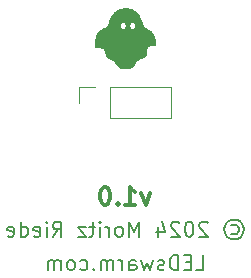
<source format=gbr>
%TF.GenerationSoftware,KiCad,Pcbnew,7.0.10*%
%TF.CreationDate,2024-04-29T22:12:33+02:00*%
%TF.ProjectId,GhostControllerLED,47686f73-7443-46f6-9e74-726f6c6c6572,rev?*%
%TF.SameCoordinates,Original*%
%TF.FileFunction,Legend,Bot*%
%TF.FilePolarity,Positive*%
%FSLAX46Y46*%
G04 Gerber Fmt 4.6, Leading zero omitted, Abs format (unit mm)*
G04 Created by KiCad (PCBNEW 7.0.10) date 2024-04-29 22:12:33*
%MOMM*%
%LPD*%
G01*
G04 APERTURE LIST*
%ADD10C,0.200000*%
%ADD11C,0.300000*%
%ADD12C,0.120000*%
G04 APERTURE END LIST*
D10*
X55282142Y-58586623D02*
X55877380Y-58586623D01*
X55877380Y-58586623D02*
X55877380Y-57336623D01*
X54865475Y-57931861D02*
X54448809Y-57931861D01*
X54270237Y-58586623D02*
X54865475Y-58586623D01*
X54865475Y-58586623D02*
X54865475Y-57336623D01*
X54865475Y-57336623D02*
X54270237Y-57336623D01*
X53734523Y-58586623D02*
X53734523Y-57336623D01*
X53734523Y-57336623D02*
X53436904Y-57336623D01*
X53436904Y-57336623D02*
X53258333Y-57396147D01*
X53258333Y-57396147D02*
X53139285Y-57515195D01*
X53139285Y-57515195D02*
X53079762Y-57634242D01*
X53079762Y-57634242D02*
X53020238Y-57872338D01*
X53020238Y-57872338D02*
X53020238Y-58050909D01*
X53020238Y-58050909D02*
X53079762Y-58289004D01*
X53079762Y-58289004D02*
X53139285Y-58408052D01*
X53139285Y-58408052D02*
X53258333Y-58527100D01*
X53258333Y-58527100D02*
X53436904Y-58586623D01*
X53436904Y-58586623D02*
X53734523Y-58586623D01*
X52544047Y-58527100D02*
X52425000Y-58586623D01*
X52425000Y-58586623D02*
X52186904Y-58586623D01*
X52186904Y-58586623D02*
X52067857Y-58527100D01*
X52067857Y-58527100D02*
X52008333Y-58408052D01*
X52008333Y-58408052D02*
X52008333Y-58348528D01*
X52008333Y-58348528D02*
X52067857Y-58229480D01*
X52067857Y-58229480D02*
X52186904Y-58169957D01*
X52186904Y-58169957D02*
X52365476Y-58169957D01*
X52365476Y-58169957D02*
X52484523Y-58110433D01*
X52484523Y-58110433D02*
X52544047Y-57991385D01*
X52544047Y-57991385D02*
X52544047Y-57931861D01*
X52544047Y-57931861D02*
X52484523Y-57812814D01*
X52484523Y-57812814D02*
X52365476Y-57753290D01*
X52365476Y-57753290D02*
X52186904Y-57753290D01*
X52186904Y-57753290D02*
X52067857Y-57812814D01*
X51591666Y-57753290D02*
X51353571Y-58586623D01*
X51353571Y-58586623D02*
X51115476Y-57991385D01*
X51115476Y-57991385D02*
X50877380Y-58586623D01*
X50877380Y-58586623D02*
X50639285Y-57753290D01*
X49627380Y-58586623D02*
X49627380Y-57931861D01*
X49627380Y-57931861D02*
X49686904Y-57812814D01*
X49686904Y-57812814D02*
X49805952Y-57753290D01*
X49805952Y-57753290D02*
X50044047Y-57753290D01*
X50044047Y-57753290D02*
X50163094Y-57812814D01*
X49627380Y-58527100D02*
X49746428Y-58586623D01*
X49746428Y-58586623D02*
X50044047Y-58586623D01*
X50044047Y-58586623D02*
X50163094Y-58527100D01*
X50163094Y-58527100D02*
X50222618Y-58408052D01*
X50222618Y-58408052D02*
X50222618Y-58289004D01*
X50222618Y-58289004D02*
X50163094Y-58169957D01*
X50163094Y-58169957D02*
X50044047Y-58110433D01*
X50044047Y-58110433D02*
X49746428Y-58110433D01*
X49746428Y-58110433D02*
X49627380Y-58050909D01*
X49032142Y-58586623D02*
X49032142Y-57753290D01*
X49032142Y-57991385D02*
X48972619Y-57872338D01*
X48972619Y-57872338D02*
X48913095Y-57812814D01*
X48913095Y-57812814D02*
X48794047Y-57753290D01*
X48794047Y-57753290D02*
X48675000Y-57753290D01*
X48258332Y-58586623D02*
X48258332Y-57753290D01*
X48258332Y-57872338D02*
X48198809Y-57812814D01*
X48198809Y-57812814D02*
X48079761Y-57753290D01*
X48079761Y-57753290D02*
X47901190Y-57753290D01*
X47901190Y-57753290D02*
X47782142Y-57812814D01*
X47782142Y-57812814D02*
X47722618Y-57931861D01*
X47722618Y-57931861D02*
X47722618Y-58586623D01*
X47722618Y-57931861D02*
X47663094Y-57812814D01*
X47663094Y-57812814D02*
X47544047Y-57753290D01*
X47544047Y-57753290D02*
X47365475Y-57753290D01*
X47365475Y-57753290D02*
X47246428Y-57812814D01*
X47246428Y-57812814D02*
X47186904Y-57931861D01*
X47186904Y-57931861D02*
X47186904Y-58586623D01*
X46591665Y-58467576D02*
X46532142Y-58527100D01*
X46532142Y-58527100D02*
X46591665Y-58586623D01*
X46591665Y-58586623D02*
X46651189Y-58527100D01*
X46651189Y-58527100D02*
X46591665Y-58467576D01*
X46591665Y-58467576D02*
X46591665Y-58586623D01*
X45460713Y-58527100D02*
X45579761Y-58586623D01*
X45579761Y-58586623D02*
X45817856Y-58586623D01*
X45817856Y-58586623D02*
X45936904Y-58527100D01*
X45936904Y-58527100D02*
X45996427Y-58467576D01*
X45996427Y-58467576D02*
X46055951Y-58348528D01*
X46055951Y-58348528D02*
X46055951Y-57991385D01*
X46055951Y-57991385D02*
X45996427Y-57872338D01*
X45996427Y-57872338D02*
X45936904Y-57812814D01*
X45936904Y-57812814D02*
X45817856Y-57753290D01*
X45817856Y-57753290D02*
X45579761Y-57753290D01*
X45579761Y-57753290D02*
X45460713Y-57812814D01*
X44746427Y-58586623D02*
X44865475Y-58527100D01*
X44865475Y-58527100D02*
X44924998Y-58467576D01*
X44924998Y-58467576D02*
X44984522Y-58348528D01*
X44984522Y-58348528D02*
X44984522Y-57991385D01*
X44984522Y-57991385D02*
X44924998Y-57872338D01*
X44924998Y-57872338D02*
X44865475Y-57812814D01*
X44865475Y-57812814D02*
X44746427Y-57753290D01*
X44746427Y-57753290D02*
X44567856Y-57753290D01*
X44567856Y-57753290D02*
X44448808Y-57812814D01*
X44448808Y-57812814D02*
X44389284Y-57872338D01*
X44389284Y-57872338D02*
X44329760Y-57991385D01*
X44329760Y-57991385D02*
X44329760Y-58348528D01*
X44329760Y-58348528D02*
X44389284Y-58467576D01*
X44389284Y-58467576D02*
X44448808Y-58527100D01*
X44448808Y-58527100D02*
X44567856Y-58586623D01*
X44567856Y-58586623D02*
X44746427Y-58586623D01*
X43794046Y-58586623D02*
X43794046Y-57753290D01*
X43794046Y-57872338D02*
X43734523Y-57812814D01*
X43734523Y-57812814D02*
X43615475Y-57753290D01*
X43615475Y-57753290D02*
X43436904Y-57753290D01*
X43436904Y-57753290D02*
X43317856Y-57812814D01*
X43317856Y-57812814D02*
X43258332Y-57931861D01*
X43258332Y-57931861D02*
X43258332Y-58586623D01*
X43258332Y-57931861D02*
X43198808Y-57812814D01*
X43198808Y-57812814D02*
X43079761Y-57753290D01*
X43079761Y-57753290D02*
X42901189Y-57753290D01*
X42901189Y-57753290D02*
X42782142Y-57812814D01*
X42782142Y-57812814D02*
X42722618Y-57931861D01*
X42722618Y-57931861D02*
X42722618Y-58586623D01*
X58258333Y-54784242D02*
X58377380Y-54724719D01*
X58377380Y-54724719D02*
X58615476Y-54724719D01*
X58615476Y-54724719D02*
X58734523Y-54784242D01*
X58734523Y-54784242D02*
X58853571Y-54903290D01*
X58853571Y-54903290D02*
X58913095Y-55022338D01*
X58913095Y-55022338D02*
X58913095Y-55260433D01*
X58913095Y-55260433D02*
X58853571Y-55379480D01*
X58853571Y-55379480D02*
X58734523Y-55498528D01*
X58734523Y-55498528D02*
X58615476Y-55558052D01*
X58615476Y-55558052D02*
X58377380Y-55558052D01*
X58377380Y-55558052D02*
X58258333Y-55498528D01*
X58496428Y-54308052D02*
X58794047Y-54367576D01*
X58794047Y-54367576D02*
X59091666Y-54546147D01*
X59091666Y-54546147D02*
X59270237Y-54843766D01*
X59270237Y-54843766D02*
X59329761Y-55141385D01*
X59329761Y-55141385D02*
X59270237Y-55439004D01*
X59270237Y-55439004D02*
X59091666Y-55736623D01*
X59091666Y-55736623D02*
X58794047Y-55915195D01*
X58794047Y-55915195D02*
X58496428Y-55974719D01*
X58496428Y-55974719D02*
X58198809Y-55915195D01*
X58198809Y-55915195D02*
X57901190Y-55736623D01*
X57901190Y-55736623D02*
X57722618Y-55439004D01*
X57722618Y-55439004D02*
X57663095Y-55141385D01*
X57663095Y-55141385D02*
X57722618Y-54843766D01*
X57722618Y-54843766D02*
X57901190Y-54546147D01*
X57901190Y-54546147D02*
X58198809Y-54367576D01*
X58198809Y-54367576D02*
X58496428Y-54308052D01*
X56234523Y-54605671D02*
X56174999Y-54546147D01*
X56174999Y-54546147D02*
X56055952Y-54486623D01*
X56055952Y-54486623D02*
X55758333Y-54486623D01*
X55758333Y-54486623D02*
X55639285Y-54546147D01*
X55639285Y-54546147D02*
X55579761Y-54605671D01*
X55579761Y-54605671D02*
X55520238Y-54724719D01*
X55520238Y-54724719D02*
X55520238Y-54843766D01*
X55520238Y-54843766D02*
X55579761Y-55022338D01*
X55579761Y-55022338D02*
X56294047Y-55736623D01*
X56294047Y-55736623D02*
X55520238Y-55736623D01*
X54746428Y-54486623D02*
X54627381Y-54486623D01*
X54627381Y-54486623D02*
X54508333Y-54546147D01*
X54508333Y-54546147D02*
X54448809Y-54605671D01*
X54448809Y-54605671D02*
X54389285Y-54724719D01*
X54389285Y-54724719D02*
X54329762Y-54962814D01*
X54329762Y-54962814D02*
X54329762Y-55260433D01*
X54329762Y-55260433D02*
X54389285Y-55498528D01*
X54389285Y-55498528D02*
X54448809Y-55617576D01*
X54448809Y-55617576D02*
X54508333Y-55677100D01*
X54508333Y-55677100D02*
X54627381Y-55736623D01*
X54627381Y-55736623D02*
X54746428Y-55736623D01*
X54746428Y-55736623D02*
X54865476Y-55677100D01*
X54865476Y-55677100D02*
X54925000Y-55617576D01*
X54925000Y-55617576D02*
X54984523Y-55498528D01*
X54984523Y-55498528D02*
X55044047Y-55260433D01*
X55044047Y-55260433D02*
X55044047Y-54962814D01*
X55044047Y-54962814D02*
X54984523Y-54724719D01*
X54984523Y-54724719D02*
X54925000Y-54605671D01*
X54925000Y-54605671D02*
X54865476Y-54546147D01*
X54865476Y-54546147D02*
X54746428Y-54486623D01*
X53853571Y-54605671D02*
X53794047Y-54546147D01*
X53794047Y-54546147D02*
X53675000Y-54486623D01*
X53675000Y-54486623D02*
X53377381Y-54486623D01*
X53377381Y-54486623D02*
X53258333Y-54546147D01*
X53258333Y-54546147D02*
X53198809Y-54605671D01*
X53198809Y-54605671D02*
X53139286Y-54724719D01*
X53139286Y-54724719D02*
X53139286Y-54843766D01*
X53139286Y-54843766D02*
X53198809Y-55022338D01*
X53198809Y-55022338D02*
X53913095Y-55736623D01*
X53913095Y-55736623D02*
X53139286Y-55736623D01*
X52067857Y-54903290D02*
X52067857Y-55736623D01*
X52365476Y-54427100D02*
X52663095Y-55319957D01*
X52663095Y-55319957D02*
X51889286Y-55319957D01*
X50460714Y-55736623D02*
X50460714Y-54486623D01*
X50460714Y-54486623D02*
X50044048Y-55379480D01*
X50044048Y-55379480D02*
X49627381Y-54486623D01*
X49627381Y-54486623D02*
X49627381Y-55736623D01*
X48853572Y-55736623D02*
X48972620Y-55677100D01*
X48972620Y-55677100D02*
X49032143Y-55617576D01*
X49032143Y-55617576D02*
X49091667Y-55498528D01*
X49091667Y-55498528D02*
X49091667Y-55141385D01*
X49091667Y-55141385D02*
X49032143Y-55022338D01*
X49032143Y-55022338D02*
X48972620Y-54962814D01*
X48972620Y-54962814D02*
X48853572Y-54903290D01*
X48853572Y-54903290D02*
X48675001Y-54903290D01*
X48675001Y-54903290D02*
X48555953Y-54962814D01*
X48555953Y-54962814D02*
X48496429Y-55022338D01*
X48496429Y-55022338D02*
X48436905Y-55141385D01*
X48436905Y-55141385D02*
X48436905Y-55498528D01*
X48436905Y-55498528D02*
X48496429Y-55617576D01*
X48496429Y-55617576D02*
X48555953Y-55677100D01*
X48555953Y-55677100D02*
X48675001Y-55736623D01*
X48675001Y-55736623D02*
X48853572Y-55736623D01*
X47901191Y-55736623D02*
X47901191Y-54903290D01*
X47901191Y-55141385D02*
X47841668Y-55022338D01*
X47841668Y-55022338D02*
X47782144Y-54962814D01*
X47782144Y-54962814D02*
X47663096Y-54903290D01*
X47663096Y-54903290D02*
X47544049Y-54903290D01*
X47127381Y-55736623D02*
X47127381Y-54903290D01*
X47127381Y-54486623D02*
X47186905Y-54546147D01*
X47186905Y-54546147D02*
X47127381Y-54605671D01*
X47127381Y-54605671D02*
X47067858Y-54546147D01*
X47067858Y-54546147D02*
X47127381Y-54486623D01*
X47127381Y-54486623D02*
X47127381Y-54605671D01*
X46710715Y-54903290D02*
X46234524Y-54903290D01*
X46532143Y-54486623D02*
X46532143Y-55558052D01*
X46532143Y-55558052D02*
X46472620Y-55677100D01*
X46472620Y-55677100D02*
X46353572Y-55736623D01*
X46353572Y-55736623D02*
X46234524Y-55736623D01*
X45936905Y-54903290D02*
X45282143Y-54903290D01*
X45282143Y-54903290D02*
X45936905Y-55736623D01*
X45936905Y-55736623D02*
X45282143Y-55736623D01*
X43139286Y-55736623D02*
X43555952Y-55141385D01*
X43853571Y-55736623D02*
X43853571Y-54486623D01*
X43853571Y-54486623D02*
X43377381Y-54486623D01*
X43377381Y-54486623D02*
X43258333Y-54546147D01*
X43258333Y-54546147D02*
X43198810Y-54605671D01*
X43198810Y-54605671D02*
X43139286Y-54724719D01*
X43139286Y-54724719D02*
X43139286Y-54903290D01*
X43139286Y-54903290D02*
X43198810Y-55022338D01*
X43198810Y-55022338D02*
X43258333Y-55081861D01*
X43258333Y-55081861D02*
X43377381Y-55141385D01*
X43377381Y-55141385D02*
X43853571Y-55141385D01*
X42603571Y-55736623D02*
X42603571Y-54903290D01*
X42603571Y-54486623D02*
X42663095Y-54546147D01*
X42663095Y-54546147D02*
X42603571Y-54605671D01*
X42603571Y-54605671D02*
X42544048Y-54546147D01*
X42544048Y-54546147D02*
X42603571Y-54486623D01*
X42603571Y-54486623D02*
X42603571Y-54605671D01*
X41532143Y-55677100D02*
X41651191Y-55736623D01*
X41651191Y-55736623D02*
X41889286Y-55736623D01*
X41889286Y-55736623D02*
X42008333Y-55677100D01*
X42008333Y-55677100D02*
X42067857Y-55558052D01*
X42067857Y-55558052D02*
X42067857Y-55081861D01*
X42067857Y-55081861D02*
X42008333Y-54962814D01*
X42008333Y-54962814D02*
X41889286Y-54903290D01*
X41889286Y-54903290D02*
X41651191Y-54903290D01*
X41651191Y-54903290D02*
X41532143Y-54962814D01*
X41532143Y-54962814D02*
X41472619Y-55081861D01*
X41472619Y-55081861D02*
X41472619Y-55200909D01*
X41472619Y-55200909D02*
X42067857Y-55319957D01*
X40401190Y-55736623D02*
X40401190Y-54486623D01*
X40401190Y-55677100D02*
X40520238Y-55736623D01*
X40520238Y-55736623D02*
X40758333Y-55736623D01*
X40758333Y-55736623D02*
X40877381Y-55677100D01*
X40877381Y-55677100D02*
X40936904Y-55617576D01*
X40936904Y-55617576D02*
X40996428Y-55498528D01*
X40996428Y-55498528D02*
X40996428Y-55141385D01*
X40996428Y-55141385D02*
X40936904Y-55022338D01*
X40936904Y-55022338D02*
X40877381Y-54962814D01*
X40877381Y-54962814D02*
X40758333Y-54903290D01*
X40758333Y-54903290D02*
X40520238Y-54903290D01*
X40520238Y-54903290D02*
X40401190Y-54962814D01*
X39329762Y-55677100D02*
X39448810Y-55736623D01*
X39448810Y-55736623D02*
X39686905Y-55736623D01*
X39686905Y-55736623D02*
X39805952Y-55677100D01*
X39805952Y-55677100D02*
X39865476Y-55558052D01*
X39865476Y-55558052D02*
X39865476Y-55081861D01*
X39865476Y-55081861D02*
X39805952Y-54962814D01*
X39805952Y-54962814D02*
X39686905Y-54903290D01*
X39686905Y-54903290D02*
X39448810Y-54903290D01*
X39448810Y-54903290D02*
X39329762Y-54962814D01*
X39329762Y-54962814D02*
X39270238Y-55081861D01*
X39270238Y-55081861D02*
X39270238Y-55200909D01*
X39270238Y-55200909D02*
X39865476Y-55319957D01*
D11*
X51342856Y-52050828D02*
X50985713Y-53050828D01*
X50985713Y-53050828D02*
X50628570Y-52050828D01*
X49271427Y-53050828D02*
X50128570Y-53050828D01*
X49699999Y-53050828D02*
X49699999Y-51550828D01*
X49699999Y-51550828D02*
X49842856Y-51765114D01*
X49842856Y-51765114D02*
X49985713Y-51907971D01*
X49985713Y-51907971D02*
X50128570Y-51979400D01*
X48628571Y-52907971D02*
X48557142Y-52979400D01*
X48557142Y-52979400D02*
X48628571Y-53050828D01*
X48628571Y-53050828D02*
X48699999Y-52979400D01*
X48699999Y-52979400D02*
X48628571Y-52907971D01*
X48628571Y-52907971D02*
X48628571Y-53050828D01*
X47628570Y-51550828D02*
X47485713Y-51550828D01*
X47485713Y-51550828D02*
X47342856Y-51622257D01*
X47342856Y-51622257D02*
X47271428Y-51693685D01*
X47271428Y-51693685D02*
X47199999Y-51836542D01*
X47199999Y-51836542D02*
X47128570Y-52122257D01*
X47128570Y-52122257D02*
X47128570Y-52479400D01*
X47128570Y-52479400D02*
X47199999Y-52765114D01*
X47199999Y-52765114D02*
X47271428Y-52907971D01*
X47271428Y-52907971D02*
X47342856Y-52979400D01*
X47342856Y-52979400D02*
X47485713Y-53050828D01*
X47485713Y-53050828D02*
X47628570Y-53050828D01*
X47628570Y-53050828D02*
X47771428Y-52979400D01*
X47771428Y-52979400D02*
X47842856Y-52907971D01*
X47842856Y-52907971D02*
X47914285Y-52765114D01*
X47914285Y-52765114D02*
X47985713Y-52479400D01*
X47985713Y-52479400D02*
X47985713Y-52122257D01*
X47985713Y-52122257D02*
X47914285Y-51836542D01*
X47914285Y-51836542D02*
X47842856Y-51693685D01*
X47842856Y-51693685D02*
X47771428Y-51622257D01*
X47771428Y-51622257D02*
X47628570Y-51550828D01*
%TO.C,G\u002A\u002A\u002A*%
G36*
X50874756Y-37940006D02*
G01*
X50885303Y-37957749D01*
X50895797Y-37973468D01*
X50906368Y-37987454D01*
X50917149Y-37999997D01*
X50922567Y-38005719D01*
X50929537Y-38012306D01*
X50936929Y-38018130D01*
X50945471Y-38023604D01*
X50955889Y-38029139D01*
X50968908Y-38035149D01*
X50985257Y-38042045D01*
X51005660Y-38050240D01*
X51011697Y-38052648D01*
X51089100Y-38086377D01*
X51163639Y-38124270D01*
X51235235Y-38166265D01*
X51303807Y-38212303D01*
X51369277Y-38262321D01*
X51431563Y-38316260D01*
X51490587Y-38374058D01*
X51546268Y-38435656D01*
X51598527Y-38500992D01*
X51626725Y-38539791D01*
X51673640Y-38610997D01*
X51716050Y-38684538D01*
X51753959Y-38760425D01*
X51787372Y-38838665D01*
X51816291Y-38919270D01*
X51840722Y-39002246D01*
X51860668Y-39087604D01*
X51865164Y-39110384D01*
X51871703Y-39147312D01*
X51877240Y-39184219D01*
X51881825Y-39221739D01*
X51885505Y-39260504D01*
X51888331Y-39301147D01*
X51890350Y-39344300D01*
X51891611Y-39390597D01*
X51892163Y-39440670D01*
X51892055Y-39495152D01*
X51891292Y-39597991D01*
X51731320Y-39599525D01*
X51711834Y-39599720D01*
X51678241Y-39600106D01*
X51649118Y-39600518D01*
X51624065Y-39600969D01*
X51602685Y-39601469D01*
X51584576Y-39602030D01*
X51569339Y-39602664D01*
X51556576Y-39603382D01*
X51545887Y-39604195D01*
X51536872Y-39605116D01*
X51503275Y-39609439D01*
X51453006Y-39617528D01*
X51407264Y-39627079D01*
X51365817Y-39638176D01*
X51328436Y-39650899D01*
X51294889Y-39665332D01*
X51264945Y-39681557D01*
X51238373Y-39699655D01*
X51214943Y-39719710D01*
X51212985Y-39721606D01*
X51194020Y-39742171D01*
X51178055Y-39764097D01*
X51164745Y-39788096D01*
X51153745Y-39814879D01*
X51144710Y-39845156D01*
X51137296Y-39879637D01*
X51135925Y-39887276D01*
X51133773Y-39900059D01*
X51131895Y-39912581D01*
X51130240Y-39925435D01*
X51128757Y-39939214D01*
X51127396Y-39954511D01*
X51126106Y-39971918D01*
X51124836Y-39992029D01*
X51123537Y-40015436D01*
X51122156Y-40042733D01*
X51120645Y-40074512D01*
X51120315Y-40081482D01*
X51119075Y-40106339D01*
X51117753Y-40130926D01*
X51116398Y-40154443D01*
X51115059Y-40176088D01*
X51113785Y-40195061D01*
X51112624Y-40210561D01*
X51111627Y-40221788D01*
X51108238Y-40251945D01*
X51101846Y-40296386D01*
X51094111Y-40336731D01*
X51084872Y-40373510D01*
X51073972Y-40407257D01*
X51061250Y-40438501D01*
X51046548Y-40467776D01*
X51029707Y-40495612D01*
X51021227Y-40507244D01*
X51008850Y-40522059D01*
X50994281Y-40537962D01*
X50978514Y-40553946D01*
X50962547Y-40569005D01*
X50947377Y-40582132D01*
X50933999Y-40592319D01*
X50932435Y-40593396D01*
X50919334Y-40602237D01*
X50907016Y-40610112D01*
X50894918Y-40617270D01*
X50882476Y-40623958D01*
X50869127Y-40630425D01*
X50854310Y-40636919D01*
X50837460Y-40643687D01*
X50818015Y-40650978D01*
X50795412Y-40659040D01*
X50769087Y-40668121D01*
X50738478Y-40678468D01*
X50710137Y-40688007D01*
X50670382Y-40701473D01*
X50634820Y-40713643D01*
X50603060Y-40724665D01*
X50574709Y-40734685D01*
X50549375Y-40743850D01*
X50526667Y-40752307D01*
X50506192Y-40760202D01*
X50487560Y-40767683D01*
X50470378Y-40774896D01*
X50454253Y-40781987D01*
X50438796Y-40789104D01*
X50423612Y-40796394D01*
X50393329Y-40812128D01*
X50356823Y-40834174D01*
X50324554Y-40857669D01*
X50296078Y-40882978D01*
X50270950Y-40910468D01*
X50248726Y-40940505D01*
X50245089Y-40946201D01*
X50237758Y-40958471D01*
X50228831Y-40974118D01*
X50218705Y-40992420D01*
X50207779Y-41012656D01*
X50196449Y-41034103D01*
X50185113Y-41056040D01*
X50175927Y-41073911D01*
X50165093Y-41094716D01*
X50154512Y-41114769D01*
X50144589Y-41133313D01*
X50135731Y-41149590D01*
X50128342Y-41162845D01*
X50122827Y-41172319D01*
X50114434Y-41185957D01*
X50077242Y-41241489D01*
X50037919Y-41292477D01*
X49996349Y-41339027D01*
X49952415Y-41381244D01*
X49906001Y-41419233D01*
X49856990Y-41453100D01*
X49805267Y-41482949D01*
X49750714Y-41508887D01*
X49718983Y-41521749D01*
X49657523Y-41542799D01*
X49592793Y-41560192D01*
X49525007Y-41573880D01*
X49454376Y-41583818D01*
X49381113Y-41589958D01*
X49376955Y-41590180D01*
X49350846Y-41591069D01*
X49321478Y-41591355D01*
X49290240Y-41591071D01*
X49258516Y-41590251D01*
X49227695Y-41588930D01*
X49199163Y-41587141D01*
X49174307Y-41584917D01*
X49165986Y-41583991D01*
X49094777Y-41573577D01*
X49026371Y-41558963D01*
X48960635Y-41540090D01*
X48897434Y-41516898D01*
X48836635Y-41489327D01*
X48778105Y-41457317D01*
X48721709Y-41420809D01*
X48667314Y-41379741D01*
X48614787Y-41334055D01*
X48600668Y-41320683D01*
X48584148Y-41304287D01*
X48568261Y-41287554D01*
X48552695Y-41270077D01*
X48537140Y-41251444D01*
X48521284Y-41231246D01*
X48504817Y-41209073D01*
X48487428Y-41184515D01*
X48468806Y-41157163D01*
X48448639Y-41126607D01*
X48426617Y-41092438D01*
X48402429Y-41054244D01*
X48385229Y-41027079D01*
X48368587Y-41001269D01*
X48353877Y-40979063D01*
X48340793Y-40960039D01*
X48329029Y-40943777D01*
X48318280Y-40929854D01*
X48308241Y-40917851D01*
X48298607Y-40907345D01*
X48289071Y-40897916D01*
X48286897Y-40895889D01*
X48279940Y-40889787D01*
X48272953Y-40884490D01*
X48265247Y-40879666D01*
X48256135Y-40874984D01*
X48244929Y-40870111D01*
X48230941Y-40864715D01*
X48213483Y-40858465D01*
X48191867Y-40851029D01*
X48129330Y-40828351D01*
X48068672Y-40803224D01*
X48012268Y-40776370D01*
X47959792Y-40747596D01*
X47910914Y-40716710D01*
X47865308Y-40683517D01*
X47822646Y-40647825D01*
X47782599Y-40609439D01*
X47771591Y-40597984D01*
X47741197Y-40564046D01*
X47714400Y-40530112D01*
X47690308Y-40494911D01*
X47668030Y-40457172D01*
X47646676Y-40415626D01*
X47644619Y-40411356D01*
X47636709Y-40394648D01*
X47629492Y-40378803D01*
X47622830Y-40363375D01*
X47616584Y-40347915D01*
X47610613Y-40331977D01*
X47604779Y-40315113D01*
X47598942Y-40296874D01*
X47592964Y-40276814D01*
X47586704Y-40254485D01*
X47580024Y-40229440D01*
X47572785Y-40201230D01*
X47564846Y-40169409D01*
X47556069Y-40133529D01*
X47546315Y-40093143D01*
X47541215Y-40072799D01*
X47530838Y-40036456D01*
X47519971Y-40004934D01*
X47508549Y-39978071D01*
X47496507Y-39955706D01*
X47483781Y-39937679D01*
X47475400Y-39928146D01*
X47452968Y-39907439D01*
X47426254Y-39888627D01*
X47395172Y-39871672D01*
X47359635Y-39856536D01*
X47319559Y-39843180D01*
X47274856Y-39831565D01*
X47225442Y-39821653D01*
X47215105Y-39819869D01*
X47192054Y-39816114D01*
X47169645Y-39812825D01*
X47147358Y-39809969D01*
X47124673Y-39807512D01*
X47101070Y-39805419D01*
X47076029Y-39803657D01*
X47049031Y-39802191D01*
X47019554Y-39800988D01*
X46987079Y-39800013D01*
X46951087Y-39799233D01*
X46911057Y-39798612D01*
X46866469Y-39798117D01*
X46706827Y-39796613D01*
X46708149Y-39548757D01*
X46708293Y-39522909D01*
X46708586Y-39477587D01*
X46708916Y-39436717D01*
X46709294Y-39399892D01*
X46709733Y-39366703D01*
X46710245Y-39336739D01*
X46710841Y-39309592D01*
X46711535Y-39284854D01*
X46712337Y-39262114D01*
X46713261Y-39240963D01*
X46714318Y-39220993D01*
X46715521Y-39201795D01*
X46716881Y-39182959D01*
X46718411Y-39164076D01*
X46720123Y-39144737D01*
X46729331Y-39062294D01*
X46742206Y-38979490D01*
X46758367Y-38900543D01*
X46777817Y-38825440D01*
X46800559Y-38754170D01*
X46826597Y-38686723D01*
X46855935Y-38623087D01*
X46888574Y-38563251D01*
X46908352Y-38531191D01*
X46949302Y-38472118D01*
X46994274Y-38416038D01*
X47043161Y-38363026D01*
X47095857Y-38313155D01*
X47152258Y-38266498D01*
X47212256Y-38223132D01*
X47275747Y-38183129D01*
X47342624Y-38146563D01*
X47412781Y-38113509D01*
X47486113Y-38084041D01*
X47562514Y-38058232D01*
X47641877Y-38036157D01*
X47646686Y-38034952D01*
X47660482Y-38031391D01*
X47670545Y-38028498D01*
X47677820Y-38025901D01*
X47683248Y-38023224D01*
X47687772Y-38020093D01*
X47692336Y-38016135D01*
X47693393Y-38015135D01*
X47701439Y-38006155D01*
X47710979Y-37993635D01*
X47721410Y-37978479D01*
X47732130Y-37961595D01*
X47742539Y-37943886D01*
X47752034Y-37926260D01*
X47755756Y-37918928D01*
X47761344Y-37907649D01*
X48902754Y-37907649D01*
X48902854Y-37925803D01*
X48903195Y-37940240D01*
X48903864Y-37952136D01*
X48904949Y-37962664D01*
X48906537Y-37972995D01*
X48908716Y-37984305D01*
X48916927Y-38017860D01*
X48928852Y-38053333D01*
X48943329Y-38085641D01*
X48960165Y-38114532D01*
X48979168Y-38139753D01*
X49000142Y-38161050D01*
X49022895Y-38178171D01*
X49047232Y-38190863D01*
X49072960Y-38198873D01*
X49091841Y-38201643D01*
X49115752Y-38201234D01*
X49139453Y-38196146D01*
X49163724Y-38186272D01*
X49187657Y-38171684D01*
X49209883Y-38152667D01*
X49230083Y-38129730D01*
X49248079Y-38103314D01*
X49263690Y-38073856D01*
X49276739Y-38041798D01*
X49287047Y-38007579D01*
X49294435Y-37971638D01*
X49298724Y-37934414D01*
X49299735Y-37896348D01*
X49299225Y-37888324D01*
X49699321Y-37888324D01*
X49699434Y-37896348D01*
X49699905Y-37929788D01*
X49704257Y-37970634D01*
X49712297Y-38010224D01*
X49723942Y-38047919D01*
X49739112Y-38083082D01*
X49757724Y-38115076D01*
X49758196Y-38115775D01*
X49777378Y-38140585D01*
X49798626Y-38161628D01*
X49821501Y-38178577D01*
X49845567Y-38191108D01*
X49870386Y-38198895D01*
X49875089Y-38199839D01*
X49892513Y-38202077D01*
X49909001Y-38201701D01*
X49927191Y-38198702D01*
X49949209Y-38191968D01*
X49973055Y-38179963D01*
X49995399Y-38163691D01*
X50016043Y-38143516D01*
X50034793Y-38119802D01*
X50051450Y-38092912D01*
X50065820Y-38063212D01*
X50077704Y-38031063D01*
X50086907Y-37996832D01*
X50093231Y-37960880D01*
X50096481Y-37923574D01*
X50096460Y-37885275D01*
X50095637Y-37871143D01*
X50090507Y-37827775D01*
X50081616Y-37787310D01*
X50069028Y-37749915D01*
X50052807Y-37715754D01*
X50033015Y-37684993D01*
X50009717Y-37657800D01*
X49991887Y-37641112D01*
X49974592Y-37628070D01*
X49957025Y-37618259D01*
X49938064Y-37610947D01*
X49921349Y-37607148D01*
X49900947Y-37605372D01*
X49880598Y-37606178D01*
X49862441Y-37609605D01*
X49848153Y-37614566D01*
X49823434Y-37627164D01*
X49800157Y-37644211D01*
X49778608Y-37665370D01*
X49759072Y-37690299D01*
X49741837Y-37718658D01*
X49727187Y-37750109D01*
X49715410Y-37784310D01*
X49709787Y-37806089D01*
X49702588Y-37846878D01*
X49699321Y-37888324D01*
X49299225Y-37888324D01*
X49297291Y-37857878D01*
X49296861Y-37854104D01*
X49290007Y-37812363D01*
X49279665Y-37773378D01*
X49265963Y-37737438D01*
X49249028Y-37704833D01*
X49228988Y-37675852D01*
X49205970Y-37650785D01*
X49197257Y-37643001D01*
X49174175Y-37626253D01*
X49150292Y-37614448D01*
X49125427Y-37607506D01*
X49099400Y-37605352D01*
X49097871Y-37605371D01*
X49074214Y-37607607D01*
X49052105Y-37613678D01*
X49030932Y-37623872D01*
X49010083Y-37638483D01*
X48988943Y-37657800D01*
X48986984Y-37659805D01*
X48964829Y-37685968D01*
X48946107Y-37715180D01*
X48930591Y-37747847D01*
X48918054Y-37784376D01*
X48917151Y-37787531D01*
X48912050Y-37806720D01*
X48908259Y-37824219D01*
X48905606Y-37841379D01*
X48903919Y-37859550D01*
X48903026Y-37880080D01*
X48902754Y-37904319D01*
X48902754Y-37907649D01*
X47761344Y-37907649D01*
X47762341Y-37905636D01*
X47768629Y-37892421D01*
X47774778Y-37878873D01*
X47780942Y-37864583D01*
X47787276Y-37849143D01*
X47793937Y-37832145D01*
X47801080Y-37813178D01*
X47808859Y-37791835D01*
X47817432Y-37767706D01*
X47826953Y-37740383D01*
X47837578Y-37709457D01*
X47849462Y-37674519D01*
X47862761Y-37635160D01*
X47868430Y-37618370D01*
X47885992Y-37566772D01*
X47902331Y-37519484D01*
X47917616Y-37476080D01*
X47932016Y-37436131D01*
X47945700Y-37399211D01*
X47958835Y-37364892D01*
X47971591Y-37332746D01*
X47984136Y-37302347D01*
X47996639Y-37273268D01*
X48009268Y-37245080D01*
X48022192Y-37217356D01*
X48035580Y-37189669D01*
X48049600Y-37161592D01*
X48052876Y-37155149D01*
X48088040Y-37089091D01*
X48123853Y-37027564D01*
X48160664Y-36970071D01*
X48198821Y-36916118D01*
X48238672Y-36865210D01*
X48280567Y-36816852D01*
X48324852Y-36770549D01*
X48338545Y-36757120D01*
X48395758Y-36705386D01*
X48455904Y-36657798D01*
X48518981Y-36614356D01*
X48584988Y-36575062D01*
X48653925Y-36539915D01*
X48725789Y-36508916D01*
X48800580Y-36482066D01*
X48878297Y-36459365D01*
X48958938Y-36440814D01*
X49042503Y-36426413D01*
X49062218Y-36423683D01*
X49140802Y-36415192D01*
X49221415Y-36410116D01*
X49303203Y-36408424D01*
X49385313Y-36410087D01*
X49466894Y-36415074D01*
X49547092Y-36423355D01*
X49625055Y-36434900D01*
X49699930Y-36449679D01*
X49758717Y-36464071D01*
X49836281Y-36487043D01*
X49910511Y-36513828D01*
X49981463Y-36544464D01*
X50049196Y-36578993D01*
X50113767Y-36617454D01*
X50175232Y-36659889D01*
X50233649Y-36706336D01*
X50289076Y-36756838D01*
X50341570Y-36811434D01*
X50391187Y-36870164D01*
X50437986Y-36933068D01*
X50482023Y-37000188D01*
X50493195Y-37018636D01*
X50523788Y-37072403D01*
X50554244Y-37130626D01*
X50584350Y-37192853D01*
X50613890Y-37258628D01*
X50642650Y-37327498D01*
X50670417Y-37399011D01*
X50673834Y-37408222D01*
X50681005Y-37427892D01*
X50689503Y-37451552D01*
X50699142Y-37478676D01*
X50709738Y-37508738D01*
X50721107Y-37541213D01*
X50733062Y-37575574D01*
X50745418Y-37611297D01*
X50757992Y-37647856D01*
X50772669Y-37690280D01*
X50788378Y-37734689D01*
X50802982Y-37774747D01*
X50816613Y-37810745D01*
X50829400Y-37842972D01*
X50841477Y-37871722D01*
X50852974Y-37897283D01*
X50864023Y-37919947D01*
X50865964Y-37923574D01*
X50874756Y-37940006D01*
G37*
D12*
%TO.C,REF\u002A\u002A*%
X53110000Y-43070000D02*
X53110000Y-45730000D01*
X47970000Y-43070000D02*
X53110000Y-43070000D01*
X47970000Y-43070000D02*
X47970000Y-45730000D01*
X46700000Y-43070000D02*
X45370000Y-43070000D01*
X45370000Y-43070000D02*
X45370000Y-44400000D01*
X47970000Y-45730000D02*
X53110000Y-45730000D01*
%TD*%
M02*

</source>
